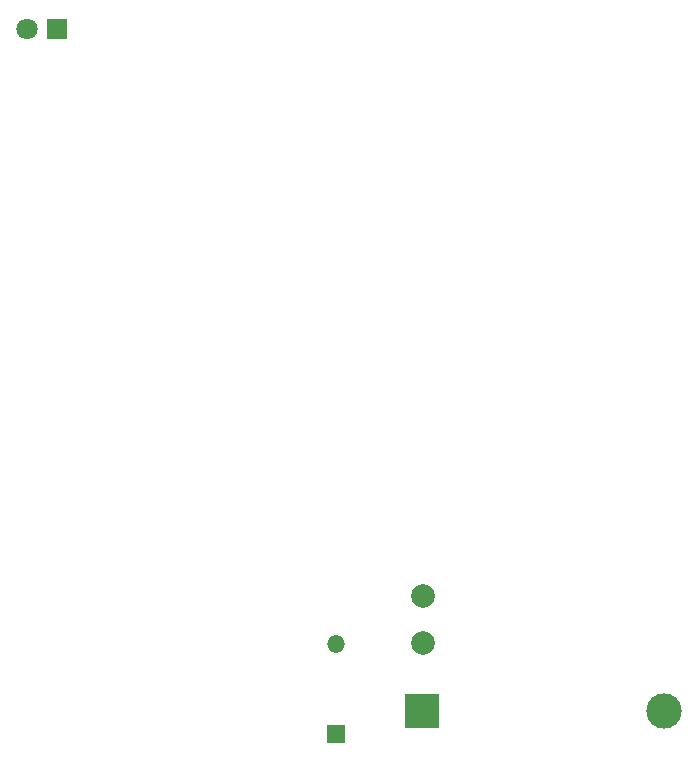
<source format=gbr>
%TF.GenerationSoftware,KiCad,Pcbnew,(5.99.0-11498-g1a301d8eea)*%
%TF.CreationDate,2021-09-08T01:14:58+03:00*%
%TF.ProjectId,f,662e6b69-6361-4645-9f70-636258585858,rev?*%
%TF.SameCoordinates,Original*%
%TF.FileFunction,Soldermask,Bot*%
%TF.FilePolarity,Negative*%
%FSLAX46Y46*%
G04 Gerber Fmt 4.6, Leading zero omitted, Abs format (unit mm)*
G04 Created by KiCad (PCBNEW (5.99.0-11498-g1a301d8eea)) date 2021-09-08 01:14:58*
%MOMM*%
%LPD*%
G01*
G04 APERTURE LIST*
%ADD10C,3.000000*%
%ADD11R,3.000000X3.000000*%
%ADD12R,1.800000X1.800000*%
%ADD13C,1.800000*%
%ADD14R,1.500000X1.500000*%
%ADD15O,1.500000X1.500000*%
%ADD16C,2.000000*%
G04 APERTURE END LIST*
D10*
%TO.C,BT1*%
X120946859Y-105768725D03*
D11*
X100456859Y-105768725D03*
%TD*%
D12*
%TO.C,D4*%
X69596000Y-48006000D03*
D13*
X67056000Y-48006000D03*
%TD*%
D14*
%TO.C,D3*%
X93218000Y-107696000D03*
D15*
X93218000Y-100076000D03*
%TD*%
D16*
%TO.C,L1*%
X100584000Y-96012000D03*
X100584000Y-100012000D03*
%TD*%
M02*

</source>
